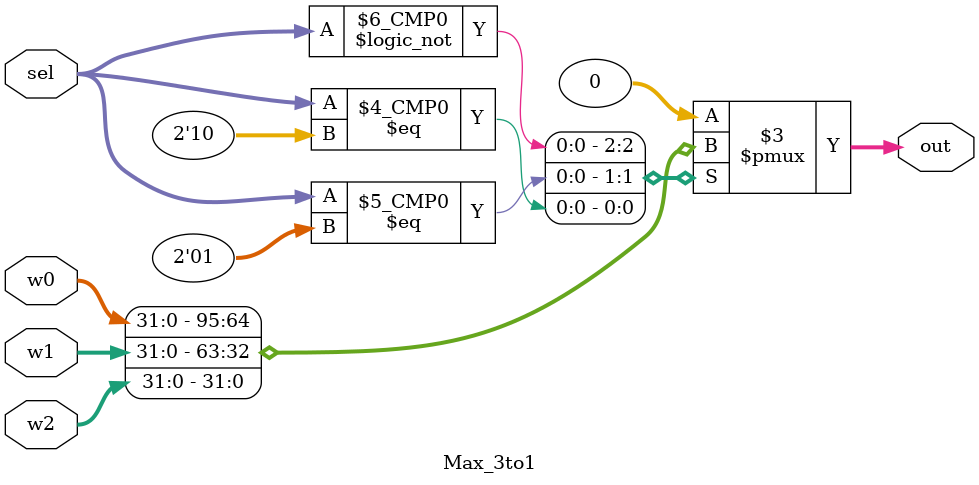
<source format=v>
`timescale 1ns / 1ps
module Max_3to1
(
	input [1 : 0] sel,
	input [31 : 0] w0, w1, w2,
	output reg [31 : 0] out
);

always @(*)
begin
	case (sel)
		2'd0 : out = w0;
		2'd1 : out = w1;
		2'd2 : out = w2;

		default : out = 'b0;
	endcase
end

endmodule
</source>
